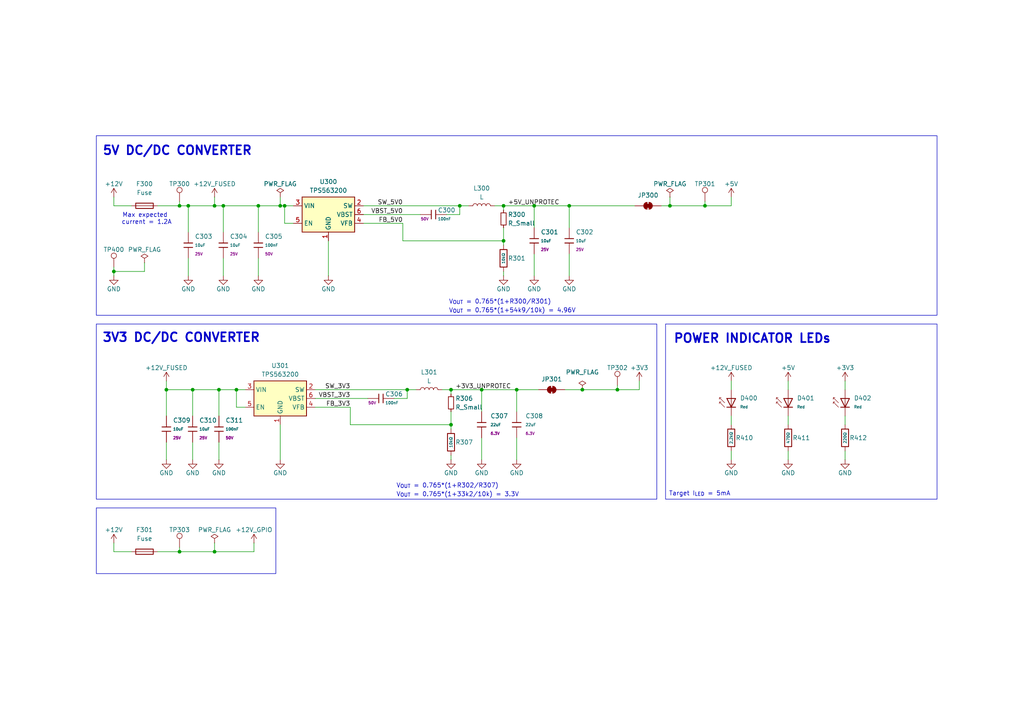
<source format=kicad_sch>
(kicad_sch (version 20250114) (generator "eeschema") (generator_version "9.0")
  (paper "A4")
  (title_block (title "ModuCard GPIO module") (date "2025-04-19") (rev "1.0.0") (company "KoNaR") (comment 1 "Base project authors: Dominik Pluta, Artem Horiunov") (comment 2 "Project author: Dominik Pluta"))
  (lib_symbols
    (symbol "Connector:TestPoint" (pin_numbers (hide yes)) (pin_names (offset 0.762) (hide yes))
      (property "Reference" "TP" (at 0 6.858 0))
      (property "Value" "TestPoint" (at 0 5.08 0))
      (symbol "TestPoint_1_1"
        (pin passive line (at 0 0 90) (length 2.54) (name "1") (number "1"))
      )
    )
    (symbol "Device:Fuse" (pin_numbers (hide yes)) (pin_names (offset 0))
      (property "Reference" "F" (at 2.032 0 90))
      (property "Value" "Fuse" (at -1.905 0 90))
      (symbol "Fuse_1_1"
        (pin passive line (at 0 3.81 270) (length 1.27) (name "~") (number "1"))
        (pin passive line (at 0 -3.81 90) (length 1.27) (name "~") (number "2"))
      )
    )
    (symbol "Device:L" (pin_numbers (hide yes)) (pin_names (offset 1.016) (hide yes))
      (property "Reference" "L" (at -1.27 0 90))
      (property "Value" "L" (at 1.905 0 90))
      (symbol "L_1_1"
        (pin passive line (at 0 3.81 270) (length 1.27) (name "1") (number "1"))
        (pin passive line (at 0 -3.81 90) (length 1.27) (name "2") (number "2"))
      )
    )
    (symbol "Device:R_Small" (pin_numbers (hide yes)) (pin_names (offset 0.254) (hide yes))
      (property "Reference" "R" (at 0.762 0.508 0))
      (property "Value" "R_Small" (at 0.762 -1.016 0))
      (symbol "R_Small_1_1"
        (pin passive line (at 0 2.54 270) (length 0.762) (name "~") (number "1"))
        (pin passive line (at 0 -2.54 90) (length 0.762) (name "~") (number "2"))
      )
    )
    (symbol "Jumper:SolderJumper_2_Bridged" (pin_numbers (hide yes)) (pin_names (offset 0) (hide yes)) (exclude_from_sim yes) (in_bom no)
      (property "Reference" "JP" (at 0 2.032 0))
      (property "Value" "SolderJumper_2_Bridged" (at 0 -2.54 0))
      (symbol "SolderJumper_2_Bridged_1_1"
        (pin passive line (at -3.81 0 0) (length 2.54) (name "A") (number "1"))
        (pin passive line (at 3.81 0 180) (length 2.54) (name "B") (number "2"))
      )
    )
    (symbol "PCM_JLCPCB-Capacitors:0402,100nF,(2)" (pin_numbers (hide yes)) (pin_names (offset 0))
      (property "Reference" "C" (at 2.032 1.668 0))
      (property "Value" "100nF" (at 2.032 -0.3782 0))
      (property "Voltage Rated" "50V" (at 2.032 -2.0462 0))
      (symbol "0402,100nF,(2)_1_1"
        (pin passive line (at 0 3.81 270) (length 3.175) (name "~") (number "1"))
        (pin passive line (at 0 -3.81 90) (length 3.175) (name "~") (number "2"))
      )
    )
    (symbol "PCM_JLCPCB-Capacitors:0603,10uF,(2)" (pin_numbers (hide yes)) (pin_names (offset 0))
      (property "Reference" "C" (at 2.032 1.668 0))
      (property "Value" "10uF" (at 2.032 -0.3782 0))
      (property "Voltage Rated" "25V" (at 2.032 -2.0462 0))
      (symbol "0603,10uF,(2)_1_1"
        (pin passive line (at 0 3.81 270) (length 3.175) (name "~") (number "1"))
        (pin passive line (at 0 -3.81 90) (length 3.175) (name "~") (number "2"))
      )
    )
    (symbol "PCM_JLCPCB-Capacitors:0603,22uF" (pin_numbers (hide yes)) (pin_names (offset 0))
      (property "Reference" "C" (at 2.032 1.668 0))
      (property "Value" "22uF" (at 2.032 -0.3782 0))
      (property "Voltage Rated" "6.3V" (at 2.032 -2.0462 0))
      (symbol "0603,22uF_1_1"
        (pin passive line (at 0 3.81 270) (length 3.175) (name "~") (number "1"))
        (pin passive line (at 0 -3.81 90) (length 3.175) (name "~") (number "2"))
      )
    )
    (symbol "PCM_JLCPCB-Diodes:LED,0603,Red" (pin_numbers (hide yes)) (pin_names (offset 0))
      (property "Reference" "D" (at 2.032 0.834 0))
      (property "Value" "Red" (at 2.032 -1.2122 0))
      (symbol "LED,0603,Red_1_1"
        (pin passive line (at 0 3.81 270) (length 3.81) (name "~") (number "2"))
        (pin passive line (at 0 -3.81 90) (length 3.81) (name "~") (number "1"))
      )
    )
    (symbol "PCM_JLCPCB-Resistors:0402,10kΩ" (pin_numbers (hide yes)) (pin_names (offset 0))
      (property "Reference" "R" (at 1.778 0 0))
      (property "Value" "10kΩ" (at 0 0 90))
      (symbol "0402,10kΩ_1_1"
        (pin passive line (at 0 3.81 270) (length 1.27) (name "~") (number "1"))
        (pin passive line (at 0 -3.81 90) (length 1.27) (name "~") (number "2"))
      )
    )
    (symbol "PCM_JLCPCB-Resistors:0402,2.2kΩ" (pin_numbers (hide yes)) (pin_names (offset 0))
      (property "Reference" "R" (at 1.778 0 0))
      (property "Value" "2.2kΩ" (at 0 0 90))
      (symbol "0402,2.2kΩ_1_1"
        (pin passive line (at 0 3.81 270) (length 1.27) (name "~") (number "1"))
        (pin passive line (at 0 -3.81 90) (length 1.27) (name "~") (number "2"))
      )
    )
    (symbol "PCM_JLCPCB-Resistors:0402,220Ω" (pin_numbers (hide yes)) (pin_names (offset 0))
      (property "Reference" "R" (at 1.778 0 0))
      (property "Value" "220Ω" (at 0 0 90))
      (symbol "0402,220Ω_1_1"
        (pin passive line (at 0 3.81 270) (length 1.27) (name "~") (number "1"))
        (pin passive line (at 0 -3.81 90) (length 1.27) (name "~") (number "2"))
      )
    )
    (symbol "PCM_JLCPCB-Resistors:0402,470Ω" (pin_numbers (hide yes)) (pin_names (offset 0))
      (property "Reference" "R" (at 1.778 0 0))
      (property "Value" "470Ω" (at 0 0 90))
      (symbol "0402,470Ω_1_1"
        (pin passive line (at 0 3.81 270) (length 1.27) (name "~") (number "1"))
        (pin passive line (at 0 -3.81 90) (length 1.27) (name "~") (number "2"))
      )
    )
    (symbol "Regulator_Switching:TPS563200"
      (property "Reference" "U" (at -7.62 6.35 0))
      (property "Value" "TPS563200" (at -2.54 6.35 0))
      (symbol "TPS563200_1_1"
        (pin power_in line (at -10.16 2.54 0) (length 2.54) (name "VIN") (number "3"))
        (pin input line (at -10.16 -2.54 0) (length 2.54) (name "EN") (number "5"))
        (pin power_in line (at 0 -7.62 90) (length 2.54) (name "GND") (number "1"))
        (pin output line (at 10.16 2.54 180) (length 2.54) (name "SW") (number "2"))
        (pin passive line (at 10.16 0 180) (length 2.54) (name "VBST") (number "6"))
        (pin input line (at 10.16 -2.54 180) (length 2.54) (name "VFB") (number "4"))
      )
    )
    (symbol "power:+12V" (power) (pin_numbers (hide yes)) (pin_names (offset 0) (hide yes))
      (property "Value" "+12V" (at 0 3.556 0))
      (symbol "+12V_1_1"
        (pin power_in line (at 0 0 90) (length 0) (name "~") (number "1"))
      )
    )
    (symbol "power:+3V3" (power) (pin_numbers (hide yes)) (pin_names (offset 0) (hide yes))
      (property "Value" "+3V3" (at 0 3.556 0))
      (symbol "+3V3_1_1"
        (pin power_in line (at 0 0 90) (length 0) (name "~") (number "1"))
      )
    )
    (symbol "power:+5V" (power) (pin_numbers (hide yes)) (pin_names (offset 0) (hide yes))
      (property "Value" "+5V" (at 0 3.556 0))
      (symbol "+5V_1_1"
        (pin power_in line (at 0 0 90) (length 0) (name "~") (number "1"))
      )
    )
    (symbol "power:GND" (power) (pin_numbers (hide yes)) (pin_names (offset 0) (hide yes))
      (property "Value" "GND" (at 0 -3.81 0))
      (symbol "GND_1_1"
        (pin power_in line (at 0 0 270) (length 0) (name "~") (number "1"))
      )
    )
    (symbol "power:PWR_FLAG" (power) (pin_numbers (hide yes)) (pin_names (offset 0) (hide yes))
      (property "Value" "PWR_FLAG" (at 0 3.81 0))
      (symbol "PWR_FLAG_0_0"
        (pin power_out line (at 0 0 90) (length 0) (name "~") (number "1"))
      )
    )
  )
  (rectangle (start 27.94 147.32) (end 80.01 166.37))
  (rectangle (start 27.94 93.98) (end 190.5 144.78))
  (rectangle (start 193.04 93.98) (end 271.78 144.78))
  (rectangle (start 27.94 39.37) (end 271.78 91.44))
  (text "V_{OUT} = 0.765*(1+33k2/10k) = 3.3V" (at 114.935 143.51 0) (effects (font (size 1.27 1.27)) (justify left)))
  (text "Max expected \ncurrent = 1.2A" (at 42.545 63.5 0) (effects (font (size 1.27 1.27))))
  (text "V_{OUT} = 0.765*(1+R302/R307)" (at 114.935 140.97 0) (effects (font (size 1.27 1.27)) (justify left)))
  (text "Target I_{LED} = 5mA" (at 202.946 143.256 0) (effects (font (size 1.27 1.27))))
  (text "V_{OUT} = 0.765*(1+R300/R301)" (at 130.175 87.63 0) (effects (font (size 1.27 1.27)) (justify left)))
  (text "5V DC/DC CONVERTER" (at 51.435 43.815 0) (effects (font (size 2.54 2.54) (thickness 0.508) (bold yes))))
  (text "V_{OUT} = 0.765*(1+54k9/10k) = 4.96V" (at 130.175 90.17 0) (effects (font (size 1.27 1.27)) (justify left)))
  (text "POWER INDICATOR LEDs" (at 218.186 98.298 0) (effects (font (size 2.54 2.54) (thickness 0.508) (bold yes))))
  (text "3V3 DC/DC CONVERTER" (at 52.578 98.044 0) (effects (font (size 2.54 2.54) (thickness 0.508) (bold yes))))
  (junction (at 179.07 113.03))
  (junction (at 64.77 59.69))
  (junction (at 63.5 113.03))
  (junction (at 130.81 113.03))
  (junction (at 82.55 59.69))
  (junction (at 168.91 113.03))
  (junction (at 68.58 113.03))
  (junction (at 62.23 160.02))
  (junction (at 146.05 59.69))
  (junction (at 81.28 59.69))
  (junction (at 48.26 113.03))
  (junction (at 55.88 113.03))
  (junction (at 194.31 59.69))
  (junction (at 146.05 69.85))
  (junction (at 133.35 59.69))
  (junction (at 74.93 59.69))
  (junction (at 52.07 160.02))
  (junction (at 165.1 59.69))
  (junction (at 33.02 78.74))
  (junction (at 149.86 113.03))
  (junction (at 130.81 123.19))
  (junction (at 139.7 113.03))
  (junction (at 54.61 59.69))
  (junction (at 62.23 59.69))
  (junction (at 118.11 113.03))
  (junction (at 204.47 59.69))
  (junction (at 154.94 59.69))
  (junction (at 52.07 59.69))
  (wire (pts (xy 62.23 160.02) (xy 73.66 160.02)))
  (wire (pts (xy 191.77 59.69) (xy 194.31 59.69)))
  (wire (pts (xy 146.05 80.01) (xy 146.05 78.74)))
  (wire (pts (xy 114.3 115.57) (xy 118.11 115.57)))
  (wire (pts (xy 130.81 113.03) (xy 139.7 113.03)))
  (wire (pts (xy 41.91 76.2) (xy 41.91 78.74)))
  (wire (pts (xy 130.81 119.38) (xy 130.81 123.19)))
  (wire (pts (xy 41.91 78.74) (xy 33.02 78.74)))
  (wire (pts (xy 228.6 110.49) (xy 228.6 113.03)))
  (wire (pts (xy 54.61 59.69) (xy 62.23 59.69)))
  (wire (pts (xy 81.28 123.19) (xy 81.28 133.35)))
  (wire (pts (xy 48.26 113.03) (xy 55.88 113.03)))
  (wire (pts (xy 116.84 64.77) (xy 116.84 69.85)))
  (wire (pts (xy 48.26 113.03) (xy 48.26 120.65)))
  (wire (pts (xy 52.07 58.42) (xy 52.07 59.69)))
  (wire (pts (xy 105.41 64.77) (xy 116.84 64.77)))
  (wire (pts (xy 81.28 57.15) (xy 81.28 59.69)))
  (wire (pts (xy 91.44 113.03) (xy 118.11 113.03)))
  (wire (pts (xy 130.81 114.3) (xy 130.81 113.03)))
  (wire (pts (xy 129.54 62.23) (xy 133.35 62.23)))
  (wire (pts (xy 149.86 113.03) (xy 156.21 113.03)))
  (wire (pts (xy 179.07 113.03) (xy 185.42 113.03)))
  (wire (pts (xy 105.41 59.69) (xy 133.35 59.69)))
  (wire (pts (xy 55.88 113.03) (xy 63.5 113.03)))
  (wire (pts (xy 245.11 120.65) (xy 245.11 123.19)))
  (wire (pts (xy 63.5 113.03) (xy 63.5 120.65)))
  (wire (pts (xy 118.11 115.57) (xy 118.11 113.03)))
  (wire (pts (xy 74.93 59.69) (xy 81.28 59.69)))
  (wire (pts (xy 68.58 113.03) (xy 71.12 113.03)))
  (wire (pts (xy 105.41 62.23) (xy 121.92 62.23)))
  (wire (pts (xy 33.02 78.74) (xy 33.02 77.47)))
  (wire (pts (xy 33.02 160.02) (xy 38.1 160.02)))
  (wire (pts (xy 130.81 133.35) (xy 130.81 132.08)))
  (wire (pts (xy 52.07 59.69) (xy 54.61 59.69)))
  (wire (pts (xy 55.88 128.27) (xy 55.88 133.35)))
  (wire (pts (xy 194.31 59.69) (xy 204.47 59.69)))
  (wire (pts (xy 95.25 69.85) (xy 95.25 80.01)))
  (wire (pts (xy 139.7 113.03) (xy 149.86 113.03)))
  (wire (pts (xy 165.1 59.69) (xy 165.1 66.04)))
  (wire (pts (xy 74.93 59.69) (xy 74.93 67.31)))
  (wire (pts (xy 62.23 157.48) (xy 62.23 160.02)))
  (wire (pts (xy 63.5 128.27) (xy 63.5 133.35)))
  (wire (pts (xy 245.11 130.81) (xy 245.11 133.35)))
  (wire (pts (xy 101.6 123.19) (xy 130.81 123.19)))
  (wire (pts (xy 33.02 59.69) (xy 38.1 59.69)))
  (wire (pts (xy 133.35 59.69) (xy 135.89 59.69)))
  (wire (pts (xy 91.44 118.11) (xy 101.6 118.11)))
  (wire (pts (xy 130.81 123.19) (xy 130.81 124.46)))
  (wire (pts (xy 33.02 57.15) (xy 33.02 59.69)))
  (wire (pts (xy 62.23 57.15) (xy 62.23 59.69)))
  (wire (pts (xy 212.09 120.65) (xy 212.09 123.19)))
  (wire (pts (xy 165.1 73.66) (xy 165.1 80.01)))
  (wire (pts (xy 91.44 115.57) (xy 106.68 115.57)))
  (wire (pts (xy 101.6 118.11) (xy 101.6 123.19)))
  (wire (pts (xy 128.27 113.03) (xy 130.81 113.03)))
  (wire (pts (xy 194.31 57.15) (xy 194.31 59.69)))
  (wire (pts (xy 146.05 59.69) (xy 154.94 59.69)))
  (wire (pts (xy 185.42 110.49) (xy 185.42 113.03)))
  (wire (pts (xy 63.5 113.03) (xy 68.58 113.03)))
  (wire (pts (xy 139.7 113.03) (xy 139.7 119.38)))
  (wire (pts (xy 204.47 58.42) (xy 204.47 59.69)))
  (wire (pts (xy 228.6 120.65) (xy 228.6 123.19)))
  (wire (pts (xy 82.55 59.69) (xy 85.09 59.69)))
  (wire (pts (xy 33.02 157.48) (xy 33.02 160.02)))
  (wire (pts (xy 165.1 59.69) (xy 184.15 59.69)))
  (wire (pts (xy 52.07 158.75) (xy 52.07 160.02)))
  (wire (pts (xy 154.94 73.66) (xy 154.94 80.01)))
  (wire (pts (xy 133.35 62.23) (xy 133.35 59.69)))
  (wire (pts (xy 163.83 113.03) (xy 168.91 113.03)))
  (wire (pts (xy 168.91 113.03) (xy 179.07 113.03)))
  (wire (pts (xy 81.28 59.69) (xy 82.55 59.69)))
  (wire (pts (xy 146.05 60.96) (xy 146.05 59.69)))
  (wire (pts (xy 45.72 160.02) (xy 52.07 160.02)))
  (wire (pts (xy 48.26 110.49) (xy 48.26 113.03)))
  (wire (pts (xy 116.84 69.85) (xy 146.05 69.85)))
  (wire (pts (xy 118.11 113.03) (xy 120.65 113.03)))
  (wire (pts (xy 64.77 59.69) (xy 64.77 67.31)))
  (wire (pts (xy 149.86 113.03) (xy 149.86 119.38)))
  (wire (pts (xy 62.23 59.69) (xy 64.77 59.69)))
  (wire (pts (xy 45.72 59.69) (xy 52.07 59.69)))
  (wire (pts (xy 149.86 127) (xy 149.86 133.35)))
  (wire (pts (xy 139.7 127) (xy 139.7 133.35)))
  (wire (pts (xy 245.11 110.49) (xy 245.11 113.03)))
  (wire (pts (xy 74.93 74.93) (xy 74.93 80.01)))
  (wire (pts (xy 64.77 74.93) (xy 64.77 80.01)))
  (wire (pts (xy 68.58 113.03) (xy 68.58 118.11)))
  (wire (pts (xy 154.94 59.69) (xy 165.1 59.69)))
  (wire (pts (xy 64.77 59.69) (xy 74.93 59.69)))
  (wire (pts (xy 82.55 59.69) (xy 82.55 64.77)))
  (wire (pts (xy 52.07 160.02) (xy 62.23 160.02)))
  (wire (pts (xy 146.05 69.85) (xy 146.05 71.12)))
  (wire (pts (xy 212.09 130.81) (xy 212.09 133.35)))
  (wire (pts (xy 73.66 157.48) (xy 73.66 160.02)))
  (wire (pts (xy 54.61 59.69) (xy 54.61 67.31)))
  (wire (pts (xy 33.02 80.01) (xy 33.02 78.74)))
  (wire (pts (xy 143.51 59.69) (xy 146.05 59.69)))
  (wire (pts (xy 204.47 59.69) (xy 212.09 59.69)))
  (wire (pts (xy 55.88 113.03) (xy 55.88 120.65)))
  (wire (pts (xy 82.55 64.77) (xy 85.09 64.77)))
  (wire (pts (xy 228.6 130.81) (xy 228.6 133.35)))
  (wire (pts (xy 68.58 118.11) (xy 71.12 118.11)))
  (wire (pts (xy 54.61 74.93) (xy 54.61 80.01)))
  (wire (pts (xy 146.05 66.04) (xy 146.05 69.85)))
  (wire (pts (xy 179.07 111.76) (xy 179.07 113.03)))
  (wire (pts (xy 212.09 57.15) (xy 212.09 59.69)))
  (wire (pts (xy 154.94 59.69) (xy 154.94 66.04)))
  (wire (pts (xy 212.09 110.49) (xy 212.09 113.03)))
  (wire (pts (xy 48.26 128.27) (xy 48.26 133.35)))
  (label "+3V3_UNPROTEC" (at 132.08 113.03 0))
  (label "+5V_UNPROTEC" (at 147.32 59.69 0))
  (label "SW_5V0" (at 116.84 59.69 180))
  (label "FB_3V3" (at 101.6 118.11 180))
  (label "VBST_3V3" (at 101.6 115.57 180))
  (label "FB_5V0" (at 116.84 64.77 180))
  (label "SW_3V3" (at 101.6 113.03 180))
  (label "VBST_5V0" (at 116.84 62.23 180))
  (symbol (lib_id "power:PWR_FLAG") (at 62.23 157.48 0) (unit 1)
    (property "Reference" "#FLG0302" (effects (hide yes)))
    (property "Value" "PWR_FLAG" (at 62.23 153.67 0))
    (property "Description" "Special symbol for telling ERC where power comes from" (effects (hide yes)))
  )
  (symbol (lib_id "PCM_JLCPCB-Diodes:LED,0603,Red") (at 228.6 116.84 0) (unit 1)
    (property "Reference" "D401" (at 231.14 115.4746 0) (effects (justify left)))
    (property "Value" "Red" (at 231.14 118.0147 0) (effects (font (size 0.8 0.8)) (justify left)))
    (property "Footprint" "PCM_JLCPCB:D_0603" (effects (hide yes)))
    (property "Datasheet" "https://www.lcsc.com/datasheet/lcsc_datasheet_1810231112_Hubei-KENTO-Elec-KT-0603R_C2286.pdf" (effects (hide yes)))
    (property "Description" "-40°C~+85°C Red 0603 LED Indication - Discrete ROHS" (effects (hide yes)))
    (property "LCSC" "C2286" (effects (hide yes)))
    (property "Stock" "3289269" (effects (hide yes)))
    (property "Price" "0.009USD" (effects (hide yes)))
    (property "Process" "SMT" (effects (hide yes)))
    (property "Minimum Qty" "20" (effects (hide yes)))
    (property "Attrition Qty" "6" (effects (hide yes)))
    (property "Class" "Basic Component" (effects (hide yes)))
    (property "Category" "Optocouplers & LEDs & Infrared,Light Emitting Diodes (LED)" (effects (hide yes)))
    (property "Manufacturer" "Hubei KENTO Elec" (effects (hide yes)))
    (property "Part" "KT-0603R" (effects (hide yes)))
  )
  (symbol (lib_id "power:GND") (at 154.94 80.01 0) (unit 1)
    (property "Reference" "#PWR308" (effects (hide yes)))
    (property "Value" "GND" (at 154.94 83.82 0))
    (property "Description" "Power symbol creates a global label with name \"GND\" , ground" (effects (hide yes)))
  )
  (symbol (lib_id "PCM_JLCPCB-Capacitors:0603,10uF,(2)") (at 55.88 124.46 0) (unit 1)
    (property "Reference" "C310" (at 57.785 121.92 0) (effects (justify left)))
    (property "Value" "10uF" (at 57.785 124.4601 0) (effects (font (size 0.8 0.8)) (justify left)))
    (property "Footprint" "PCM_JLCPCB:C_0603" (effects (hide yes)))
    (property "Datasheet" "https://www.lcsc.com/datasheet/lcsc_datasheet_2304140030_Samsung-Electro-Mechanics-CL10A106MA8NRNC_C96446.pdf" (effects (hide yes)))
    (property "Description" "25V 10uF X5R ±20% 0603 Multilayer Ceramic Capacitors MLCC - SMD/SMT ROHS" (effects (hide yes)))
    (property "LCSC" "C96446" (effects (hide yes)))
    (property "Stock" "2203364" (effects (hide yes)))
    (property "Price" "0.020USD" (effects (hide yes)))
    (property "Process" "SMT" (effects (hide yes)))
    (property "Minimum Qty" "20" (effects (hide yes)))
    (property "Attrition Qty" "8" (effects (hide yes)))
    (property "Class" "Basic Component" (effects (hide yes)))
    (property "Category" "Capacitors,Multilayer Ceramic Capacitors MLCC - SMD/SMT" (effects (hide yes)))
    (property "Manufacturer" "Samsung Electro-Mechanics" (effects (hide yes)))
    (property "Part" "CL10A106MA8NRNC" (effects (hide yes)))
    (property "Voltage Rated" "25V" (at 57.785 127.0001 0) (effects (font (size 0.8 0.8)) (justify left)))
    (property "Tolerance" "±20%" (effects (hide yes)))
    (property "Capacitance" "10uF" (effects (hide yes)))
    (property "Temperature Coefficient" "X5R" (effects (hide yes)))
  )
  (symbol (lib_id "power:+12V") (at 33.02 157.48 0) (unit 1)
    (property "Reference" "#PWR0314" (effects (hide yes)))
    (property "Value" "+12V" (at 33.02 153.67 0))
    (property "Description" "Power symbol creates a global label with name \"+12V\"" (effects (hide yes)))
  )
  (symbol (lib_id "power:+12V") (at 62.23 57.15 0) (unit 1)
    (property "Reference" "#PWR301" (effects (hide yes)))
    (property "Value" "+12V_FUSED" (at 62.23 53.34 0))
    (property "Description" "Power symbol creates a global label with name \"+12V\"" (effects (hide yes)))
  )
  (symbol (lib_id "Regulator_Switching:TPS563200") (at 81.28 115.57 0) (unit 1)
    (property "Reference" "U301" (at 81.28 106.045 0))
    (property "Value" "TPS563200" (at 81.28 108.585 0))
    (property "Footprint" "Package_TO_SOT_SMD:SOT-23-6" (effects (hide yes)))
    (property "Datasheet" "http://www.ti.com/lit/ds/symlink/tps563200.pdf" (effects (hide yes)))
    (property "Description" "3A Synchronous Step-Down Voltage Regulator, Adjustable Output Voltage, 4.5-17V Input Voltage, SOT-23-6" (effects (hide yes)))
  )
  (symbol (lib_id "PCM_JLCPCB-Capacitors:0603,10uF,(2)") (at 48.26 124.46 0) (unit 1)
    (property "Reference" "C309" (at 50.165 121.92 0) (effects (justify left)))
    (property "Value" "10uF" (at 50.165 124.4601 0) (effects (font (size 0.8 0.8)) (justify left)))
    (property "Footprint" "PCM_JLCPCB:C_0603" (effects (hide yes)))
    (property "Datasheet" "https://www.lcsc.com/datasheet/lcsc_datasheet_2304140030_Samsung-Electro-Mechanics-CL10A106MA8NRNC_C96446.pdf" (effects (hide yes)))
    (property "Description" "25V 10uF X5R ±20% 0603 Multilayer Ceramic Capacitors MLCC - SMD/SMT ROHS" (effects (hide yes)))
    (property "LCSC" "C96446" (effects (hide yes)))
    (property "Stock" "2203364" (effects (hide yes)))
    (property "Price" "0.020USD" (effects (hide yes)))
    (property "Process" "SMT" (effects (hide yes)))
    (property "Minimum Qty" "20" (effects (hide yes)))
    (property "Attrition Qty" "8" (effects (hide yes)))
    (property "Class" "Basic Component" (effects (hide yes)))
    (property "Category" "Capacitors,Multilayer Ceramic Capacitors MLCC - SMD/SMT" (effects (hide yes)))
    (property "Manufacturer" "Samsung Electro-Mechanics" (effects (hide yes)))
    (property "Part" "CL10A106MA8NRNC" (effects (hide yes)))
    (property "Voltage Rated" "25V" (at 50.165 127.0001 0) (effects (font (size 0.8 0.8)) (justify left)))
    (property "Tolerance" "±20%" (effects (hide yes)))
    (property "Capacitance" "10uF" (effects (hide yes)))
    (property "Temperature Coefficient" "X5R" (effects (hide yes)))
  )
  (symbol (lib_id "Connector:TestPoint") (at 52.07 58.42 0) (unit 1)
    (property "Reference" "TP300" (at 52.07 53.34 0))
    (property "Value" "TestPoint" (effects (hide yes)))
    (property "Footprint" "TestPoint:TestPoint_Pad_D1.0mm" (effects (hide yes)))
    (property "Description" "test point" (effects (hide yes)))
  )
  (symbol (lib_id "Device:Fuse") (at 41.91 160.02 90) (unit 1)
    (property "Reference" "F301" (at 41.91 153.67 90))
    (property "Value" "Fuse" (at 41.91 156.21 90))
    (property "Footprint" "PCM_JLCPCB:R_0603" (effects (hide yes)))
    (property "Description" "Fuse" (effects (hide yes)))
  )
  (symbol (lib_id "power:PWR_FLAG") (at 41.91 76.2 0) (unit 1)
    (property "Reference" "#FLG0303" (effects (hide yes)))
    (property "Value" "PWR_FLAG" (at 41.91 72.39 0))
    (property "Description" "Special symbol for telling ERC where power comes from" (effects (hide yes)))
  )
  (symbol (lib_id "power:GND") (at 95.25 80.01 0) (unit 1)
    (property "Reference" "#PWR306" (effects (hide yes)))
    (property "Value" "GND" (at 95.25 83.82 0))
    (property "Description" "Power symbol creates a global label with name \"GND\" , ground" (effects (hide yes)))
  )
  (symbol (lib_id "PCM_JLCPCB-Capacitors:0603,10uF,(2)") (at 54.61 71.12 0) (unit 1)
    (property "Reference" "C303" (at 56.515 68.58 0) (effects (justify left)))
    (property "Value" "10uF" (at 56.515 71.1201 0) (effects (font (size 0.8 0.8)) (justify left)))
    (property "Footprint" "PCM_JLCPCB:C_0603" (effects (hide yes)))
    (property "Datasheet" "https://www.lcsc.com/datasheet/lcsc_datasheet_2304140030_Samsung-Electro-Mechanics-CL10A106MA8NRNC_C96446.pdf" (effects (hide yes)))
    (property "Description" "25V 10uF X5R ±20% 0603 Multilayer Ceramic Capacitors MLCC - SMD/SMT ROHS" (effects (hide yes)))
    (property "LCSC" "C96446" (effects (hide yes)))
    (property "Stock" "2203364" (effects (hide yes)))
    (property "Price" "0.020USD" (effects (hide yes)))
    (property "Process" "SMT" (effects (hide yes)))
    (property "Minimum Qty" "20" (effects (hide yes)))
    (property "Attrition Qty" "8" (effects (hide yes)))
    (property "Class" "Basic Component" (effects (hide yes)))
    (property "Category" "Capacitors,Multilayer Ceramic Capacitors MLCC - SMD/SMT" (effects (hide yes)))
    (property "Manufacturer" "Samsung Electro-Mechanics" (effects (hide yes)))
    (property "Part" "CL10A106MA8NRNC" (effects (hide yes)))
    (property "Voltage Rated" "25V" (at 56.515 73.6601 0) (effects (font (size 0.8 0.8)) (justify left)))
    (property "Tolerance" "±20%" (effects (hide yes)))
    (property "Capacitance" "10uF" (effects (hide yes)))
    (property "Temperature Coefficient" "X5R" (effects (hide yes)))
  )
  (symbol (lib_id "Device:Fuse") (at 41.91 59.69 90) (unit 1)
    (property "Reference" "F300" (at 41.91 53.34 90))
    (property "Value" "Fuse" (at 41.91 55.88 90))
    (property "Footprint" "PCM_JLCPCB:R_0603" (effects (hide yes)))
    (property "Description" "Fuse" (effects (hide yes)))
  )
  (symbol (lib_id "PCM_JLCPCB-Capacitors:0402,100nF,(2)") (at 110.49 115.57 90) (unit 1)
    (property "Reference" "C306" (at 114.3 114.3 90))
    (property "Value" "100nF" (at 113.665 116.84 90) (effects (font (size 0.8 0.8))))
    (property "Footprint" "PCM_JLCPCB:C_0402" (effects (hide yes)))
    (property "Datasheet" "https://www.lcsc.com/datasheet/lcsc_datasheet_2304140030_Samsung-Electro-Mechanics-CL05B104KB54PNC_C307331.pdf" (effects (hide yes)))
    (property "Description" "50V 100nF X7R ±10% 0402 Multilayer Ceramic Capacitors MLCC - SMD/SMT ROHS" (effects (hide yes)))
    (property "LCSC" "C307331" (effects (hide yes)))
    (property "Stock" "5436546" (effects (hide yes)))
    (property "Price" "0.008USD" (effects (hide yes)))
    (property "Process" "SMT" (effects (hide yes)))
    (property "Minimum Qty" "20" (effects (hide yes)))
    (property "Attrition Qty" "10" (effects (hide yes)))
    (property "Class" "Basic Component" (effects (hide yes)))
    (property "Category" "Capacitors,Multilayer Ceramic Capacitors MLCC - SMD/SMT" (effects (hide yes)))
    (property "Manufacturer" "Samsung Electro-Mechanics" (effects (hide yes)))
    (property "Part" "CL05B104KB54PNC" (effects (hide yes)))
    (property "Voltage Rated" "50V" (at 107.95 116.84 90) (effects (font (size 0.8 0.8))))
    (property "Tolerance" "±10%" (effects (hide yes)))
    (property "Capacitance" "100nF" (effects (hide yes)))
    (property "Temperature Coefficient" "X7R" (effects (hide yes)))
  )
  (symbol (lib_id "Connector:TestPoint") (at 204.47 58.42 0) (unit 1)
    (property "Reference" "TP301" (at 204.47 53.34 0))
    (property "Value" "TestPoint" (effects (hide yes)))
    (property "Footprint" "TestPoint:TestPoint_Pad_D1.0mm" (effects (hide yes)))
    (property "Description" "test point" (effects (hide yes)))
  )
  (symbol (lib_id "power:+12V") (at 48.26 110.49 0) (unit 1)
    (property "Reference" "#PWR315" (effects (hide yes)))
    (property "Value" "+12V_FUSED" (at 48.26 106.68 0))
    (property "Description" "Power symbol creates a global label with name \"+12V\"" (effects (hide yes)))
  )
  (symbol (lib_id "PCM_JLCPCB-Capacitors:0402,100nF,(2)") (at 63.5 124.46 180) (unit 1)
    (property "Reference" "C311" (at 65.405 121.92 0) (effects (justify right)))
    (property "Value" "100nF" (at 65.405 124.46 0) (effects (font (size 0.8 0.8)) (justify right)))
    (property "Footprint" "PCM_JLCPCB:C_0402" (effects (hide yes)))
    (property "Datasheet" "https://www.lcsc.com/datasheet/lcsc_datasheet_2304140030_Samsung-Electro-Mechanics-CL05B104KB54PNC_C307331.pdf" (effects (hide yes)))
    (property "Description" "50V 100nF X7R ±10% 0402 Multilayer Ceramic Capacitors MLCC - SMD/SMT ROHS" (effects (hide yes)))
    (property "LCSC" "C307331" (effects (hide yes)))
    (property "Stock" "5436546" (effects (hide yes)))
    (property "Price" "0.008USD" (effects (hide yes)))
    (property "Process" "SMT" (effects (hide yes)))
    (property "Minimum Qty" "20" (effects (hide yes)))
    (property "Attrition Qty" "10" (effects (hide yes)))
    (property "Class" "Basic Component" (effects (hide yes)))
    (property "Category" "Capacitors,Multilayer Ceramic Capacitors MLCC - SMD/SMT" (effects (hide yes)))
    (property "Manufacturer" "Samsung Electro-Mechanics" (effects (hide yes)))
    (property "Part" "CL05B104KB54PNC" (effects (hide yes)))
    (property "Voltage Rated" "50V" (at 65.405 127 0) (effects (font (size 0.8 0.8)) (justify right)))
    (property "Tolerance" "±10%" (effects (hide yes)))
    (property "Capacitance" "100nF" (effects (hide yes)))
    (property "Temperature Coefficient" "X7R" (effects (hide yes)))
  )
  (symbol (lib_id "Device:L") (at 124.46 113.03 90) (unit 1)
    (property "Reference" "L301" (at 124.46 107.95 90))
    (property "Value" "L" (at 124.46 110.49 90))
    (property "Footprint" "Inductor_SMD:L_Changjiang_FXL0420" (effects (hide yes)))
    (property "Description" "Inductor" (effects (hide yes)))
  )
  (symbol (lib_id "power:PWR_FLAG") (at 194.31 57.15 0) (unit 1)
    (property "Reference" "#FLG301" (effects (hide yes)))
    (property "Value" "PWR_FLAG" (at 194.31 53.34 0))
    (property "Description" "Special symbol for telling ERC where power comes from" (effects (hide yes)))
  )
  (symbol (lib_id "power:GND") (at 165.1 80.01 0) (unit 1)
    (property "Reference" "#PWR309" (effects (hide yes)))
    (property "Value" "GND" (at 165.1 83.82 0))
    (property "Description" "Power symbol creates a global label with name \"GND\" , ground" (effects (hide yes)))
  )
  (symbol (lib_id "Jumper:SolderJumper_2_Bridged") (at 160.02 113.03 0) (unit 1)
    (property "Reference" "JP301" (at 160.02 109.982 0))
    (property "Value" "SolderJumper_2_Bridged" (effects (hide yes)))
    (property "Footprint" "Jumper:SolderJumper-2_P1.3mm_Open_TrianglePad1.0x1.5mm" (effects (hide yes)))
    (property "Description" "Solder Jumper, 2-pole, closed/bridged" (effects (hide yes)))
  )
  (symbol (lib_id "power:+3V3") (at 245.11 110.49 0) (unit 1)
    (property "Reference" "#PWR435" (effects (hide yes)))
    (property "Value" "+3V3" (at 245.11 106.68 0))
    (property "Description" "Power symbol creates a global label with name \"+3V3\"" (effects (hide yes)))
  )
  (symbol (lib_id "power:GND") (at 212.09 133.35 0) (unit 1)
    (property "Reference" "#PWR427" (effects (hide yes)))
    (property "Value" "GND" (at 212.09 137.16 0))
    (property "Description" "Power symbol creates a global label with name \"GND\" , ground" (effects (hide yes)))
  )
  (symbol (lib_id "power:+5V") (at 228.6 110.49 0) (unit 1)
    (property "Reference" "#PWR426" (effects (hide yes)))
    (property "Value" "+5V" (at 228.6 106.68 0))
    (property "Description" "Power symbol creates a global label with name \"+5V\"" (effects (hide yes)))
  )
  (symbol (lib_id "power:GND") (at 48.26 133.35 0) (unit 1)
    (property "Reference" "#PWR317" (effects (hide yes)))
    (property "Value" "GND" (at 48.26 137.16 0))
    (property "Description" "Power symbol creates a global label with name \"GND\" , ground" (effects (hide yes)))
  )
  (symbol (lib_id "power:PWR_FLAG") (at 168.91 113.03 0) (unit 1)
    (property "Reference" "#FLG0400" (effects (hide yes)))
    (property "Value" "PWR_FLAG" (at 168.91 107.95 0))
    (property "Description" "Special symbol for telling ERC where power comes from" (effects (hide yes)))
  )
  (symbol (lib_id "PCM_JLCPCB-Capacitors:0603,22uF") (at 139.7 123.19 0) (unit 1)
    (property "Reference" "C307" (at 142.24 120.6499 0) (effects (justify left)))
    (property "Value" "22uF" (at 142.24 123.19 0) (effects (font (size 0.8 0.8)) (justify left)))
    (property "Footprint" "PCM_JLCPCB:C_0603" (effects (hide yes)))
    (property "Datasheet" "https://www.lcsc.com/datasheet/lcsc_datasheet_2304140030_Samsung-Electro-Mechanics-CL10A226MQ8NRNC_C59461.pdf" (effects (hide yes)))
    (property "Description" "6.3V 22uF X5R ±20% 0603 Multilayer Ceramic Capacitors MLCC - SMD/SMT ROHS" (effects (hide yes)))
    (property "LCSC" "C59461" (effects (hide yes)))
    (property "Stock" "4784939" (effects (hide yes)))
    (property "Price" "0.011USD" (effects (hide yes)))
    (property "Process" "SMT" (effects (hide yes)))
    (property "Minimum Qty" "20" (effects (hide yes)))
    (property "Attrition Qty" "10" (effects (hide yes)))
    (property "Class" "Basic Component" (effects (hide yes)))
    (property "Category" "Capacitors,Multilayer Ceramic Capacitors MLCC - SMD/SMT" (effects (hide yes)))
    (property "Manufacturer" "Samsung Electro-Mechanics" (effects (hide yes)))
    (property "Part" "CL10A226MQ8NRNC" (effects (hide yes)))
    (property "Voltage Rated" "6.3V" (at 142.24 125.73 0) (effects (font (size 0.8 0.8)) (justify left)))
    (property "Tolerance" "±20%" (effects (hide yes)))
    (property "Capacitance" "22uF" (effects (hide yes)))
    (property "Temperature Coefficient" "X5R" (effects (hide yes)))
  )
  (symbol (lib_id "Jumper:SolderJumper_2_Bridged") (at 187.96 59.69 0) (unit 1)
    (property "Reference" "JP300" (at 187.96 56.642 0))
    (property "Value" "SolderJumper_2_Bridged" (effects (hide yes)))
    (property "Footprint" "Jumper:SolderJumper-2_P1.3mm_Open_TrianglePad1.0x1.5mm" (effects (hide yes)))
    (property "Description" "Solder Jumper, 2-pole, closed/bridged" (effects (hide yes)))
  )
  (symbol (lib_id "power:GND") (at 228.6 133.35 0) (unit 1)
    (property "Reference" "#PWR434" (effects (hide yes)))
    (property "Value" "GND" (at 228.6 137.16 0))
    (property "Description" "Power symbol creates a global label with name \"GND\" , ground" (effects (hide yes)))
  )
  (symbol (lib_id "power:+12V") (at 33.02 57.15 0) (unit 1)
    (property "Reference" "#PWR300" (effects (hide yes)))
    (property "Value" "+12V" (at 33.02 53.34 0))
    (property "Description" "Power symbol creates a global label with name \"+12V\"" (effects (hide yes)))
  )
  (symbol (lib_id "power:GND") (at 63.5 133.35 0) (unit 1)
    (property "Reference" "#PWR319" (effects (hide yes)))
    (property "Value" "GND" (at 63.5 137.16 0))
    (property "Description" "Power symbol creates a global label with name \"GND\" , ground" (effects (hide yes)))
  )
  (symbol (lib_id "PCM_JLCPCB-Capacitors:0402,100nF,(2)") (at 74.93 71.12 180) (unit 1)
    (property "Reference" "C305" (at 76.835 68.58 0) (effects (justify right)))
    (property "Value" "100nF" (at 76.835 71.12 0) (effects (font (size 0.8 0.8)) (justify right)))
    (property "Footprint" "PCM_JLCPCB:C_0402" (effects (hide yes)))
    (property "Datasheet" "https://www.lcsc.com/datasheet/lcsc_datasheet_2304140030_Samsung-Electro-Mechanics-CL05B104KB54PNC_C307331.pdf" (effects (hide yes)))
    (property "Description" "50V 100nF X7R ±10% 0402 Multilayer Ceramic Capacitors MLCC - SMD/SMT ROHS" (effects (hide yes)))
    (property "LCSC" "C307331" (effects (hide yes)))
    (property "Stock" "5436546" (effects (hide yes)))
    (property "Price" "0.008USD" (effects (hide yes)))
    (property "Process" "SMT" (effects (hide yes)))
    (property "Minimum Qty" "20" (effects (hide yes)))
    (property "Attrition Qty" "10" (effects (hide yes)))
    (property "Class" "Basic Component" (effects (hide yes)))
    (property "Category" "Capacitors,Multilayer Ceramic Capacitors MLCC - SMD/SMT" (effects (hide yes)))
    (property "Manufacturer" "Samsung Electro-Mechanics" (effects (hide yes)))
    (property "Part" "CL05B104KB54PNC" (effects (hide yes)))
    (property "Voltage Rated" "50V" (at 76.835 73.66 0) (effects (font (size 0.8 0.8)) (justify right)))
    (property "Tolerance" "±10%" (effects (hide yes)))
    (property "Capacitance" "100nF" (effects (hide yes)))
    (property "Temperature Coefficient" "X7R" (effects (hide yes)))
  )
  (symbol (lib_id "power:+5V") (at 212.09 57.15 0) (unit 1)
    (property "Reference" "#PWR302" (effects (hide yes)))
    (property "Value" "+5V" (at 212.09 53.34 0))
    (property "Description" "Power symbol creates a global label with name \"+5V\"" (effects (hide yes)))
  )
  (symbol (lib_id "power:+12V") (at 212.09 110.49 0) (unit 1)
    (property "Reference" "#PWR428" (effects (hide yes)))
    (property "Value" "+12V_FUSED" (at 212.09 106.68 0))
    (property "Description" "Power symbol creates a global label with name \"+12V\"" (effects (hide yes)))
  )
  (symbol (lib_id "power:GND") (at 55.88 133.35 0) (unit 1)
    (property "Reference" "#PWR318" (effects (hide yes)))
    (property "Value" "GND" (at 55.88 137.16 0))
    (property "Description" "Power symbol creates a global label with name \"GND\" , ground" (effects (hide yes)))
  )
  (symbol (lib_id "PCM_JLCPCB-Capacitors:0603,22uF") (at 149.86 123.19 0) (unit 1)
    (property "Reference" "C308" (at 152.4 120.6499 0) (effects (justify left)))
    (property "Value" "22uF" (at 152.4 123.19 0) (effects (font (size 0.8 0.8)) (justify left)))
    (property "Footprint" "PCM_JLCPCB:C_0603" (effects (hide yes)))
    (property "Datasheet" "https://www.lcsc.com/datasheet/lcsc_datasheet_2304140030_Samsung-Electro-Mechanics-CL10A226MQ8NRNC_C59461.pdf" (effects (hide yes)))
    (property "Description" "6.3V 22uF X5R ±20% 0603 Multilayer Ceramic Capacitors MLCC - SMD/SMT ROHS" (effects (hide yes)))
    (property "LCSC" "C59461" (effects (hide yes)))
    (property "Stock" "4784939" (effects (hide yes)))
    (property "Price" "0.011USD" (effects (hide yes)))
    (property "Process" "SMT" (effects (hide yes)))
    (property "Minimum Qty" "20" (effects (hide yes)))
    (property "Attrition Qty" "10" (effects (hide yes)))
    (property "Class" "Basic Component" (effects (hide yes)))
    (property "Category" "Capacitors,Multilayer Ceramic Capacitors MLCC - SMD/SMT" (effects (hide yes)))
    (property "Manufacturer" "Samsung Electro-Mechanics" (effects (hide yes)))
    (property "Part" "CL10A226MQ8NRNC" (effects (hide yes)))
    (property "Voltage Rated" "6.3V" (at 152.4 125.73 0) (effects (font (size 0.8 0.8)) (justify left)))
    (property "Tolerance" "±20%" (effects (hide yes)))
    (property "Capacitance" "22uF" (effects (hide yes)))
    (property "Temperature Coefficient" "X5R" (effects (hide yes)))
  )
  (symbol (lib_id "power:GND") (at 149.86 133.35 0) (unit 1)
    (property "Reference" "#PWR323" (effects (hide yes)))
    (property "Value" "GND" (at 149.86 137.16 0))
    (property "Description" "Power symbol creates a global label with name \"GND\" , ground" (effects (hide yes)))
  )
  (symbol (lib_id "power:GND") (at 81.28 133.35 0) (unit 1)
    (property "Reference" "#PWR320" (effects (hide yes)))
    (property "Value" "GND" (at 81.28 137.16 0))
    (property "Description" "Power symbol creates a global label with name \"GND\" , ground" (effects (hide yes)))
  )
  (symbol (lib_id "power:GND") (at 245.11 133.35 0) (unit 1)
    (property "Reference" "#PWR436" (effects (hide yes)))
    (property "Value" "GND" (at 245.11 137.16 0))
    (property "Description" "Power symbol creates a global label with name \"GND\" , ground" (effects (hide yes)))
  )
  (symbol (lib_id "power:GND") (at 130.81 133.35 0) (unit 1)
    (property "Reference" "#PWR321" (effects (hide yes)))
    (property "Value" "GND" (at 130.81 137.16 0))
    (property "Description" "Power symbol creates a global label with name \"GND\" , ground" (effects (hide yes)))
  )
  (symbol (lib_id "PCM_JLCPCB-Resistors:0402,10kΩ") (at 130.81 128.27 0) (unit 1)
    (property "Reference" "R307" (at 132.08 128.27 0) (effects (justify left)))
    (property "Value" "10kΩ" (at 130.81 128.27 90) (effects (font (size 0.8 0.8))))
    (property "Footprint" "PCM_JLCPCB:R_0402" (effects (hide yes)))
    (property "Datasheet" "https://www.lcsc.com/datasheet/lcsc_datasheet_2411221126_UNI-ROYAL-Uniroyal-Elec-0402WGF1002TCE_C25744.pdf" (effects (hide yes)))
    (property "Description" "62.5mW Thick Film Resistors 50V ±100ppm/°C ±1% 10kΩ 0402 Chip Resistor - Surface Mount ROHS" (effects (hide yes)))
    (property "LCSC" "C25744" (effects (hide yes)))
    (property "Stock" "13746052" (effects (hide yes)))
    (property "Price" "0.004USD" (effects (hide yes)))
    (property "Process" "SMT" (effects (hide yes)))
    (property "Minimum Qty" "5" (effects (hide yes)))
    (property "Attrition Qty" "0" (effects (hide yes)))
    (property "Class" "Basic Component" (effects (hide yes)))
    (property "Category" "Resistors,Chip Resistor - Surface Mount" (effects (hide yes)))
    (property "Manufacturer" "UNI-ROYAL(Uniroyal Elec)" (effects (hide yes)))
    (property "Part" "0402WGF1002TCE" (effects (hide yes)))
    (property "Resistance" "10kΩ" (effects (hide yes)))
    (property "Power(Watts)" "62.5mW" (effects (hide yes)))
    (property "Type" "Thick Film Resistors" (effects (hide yes)))
    (property "Overload Voltage (Max)" "50V" (effects (hide yes)))
    (property "Operating Temperature Range" "-55°C~+155°C" (effects (hide yes)))
    (property "Tolerance" "±1%" (effects (hide yes)))
    (property "Temperature Coefficient" "±100ppm/°C" (effects (hide yes)))
  )
  (symbol (lib_id "power:GND") (at 64.77 80.01 0) (unit 1)
    (property "Reference" "#PWR304" (effects (hide yes)))
    (property "Value" "GND" (at 64.77 83.82 0))
    (property "Description" "Power symbol creates a global label with name \"GND\" , ground" (effects (hide yes)))
  )
  (symbol (lib_id "Device:R_Small") (at 146.05 63.5 0) (unit 1)
    (property "Reference" "R300" (at 147.32 62.23 0) (effects (justify left)))
    (property "Value" "R_Small" (at 147.32 64.77 0) (effects (justify left)))
    (property "Footprint" "PCM_JLCPCB:R_0402" (effects (hide yes)))
    (property "Description" "Resistor, small symbol" (effects (hide yes)))
  )
  (symbol (lib_id "power:GND") (at 74.93 80.01 0) (unit 1)
    (property "Reference" "#PWR305" (effects (hide yes)))
    (property "Value" "GND" (at 74.93 83.82 0))
    (property "Description" "Power symbol creates a global label with name \"GND\" , ground" (effects (hide yes)))
  )
  (symbol (lib_id "PCM_JLCPCB-Diodes:LED,0603,Red") (at 212.09 116.84 0) (unit 1)
    (property "Reference" "D400" (at 214.63 115.4746 0) (effects (justify left)))
    (property "Value" "Red" (at 214.63 118.0147 0) (effects (font (size 0.8 0.8)) (justify left)))
    (property "Footprint" "PCM_JLCPCB:D_0603" (effects (hide yes)))
    (property "Datasheet" "https://www.lcsc.com/datasheet/lcsc_datasheet_1810231112_Hubei-KENTO-Elec-KT-0603R_C2286.pdf" (effects (hide yes)))
    (property "Description" "-40°C~+85°C Red 0603 LED Indication - Discrete ROHS" (effects (hide yes)))
    (property "LCSC" "C2286" (effects (hide yes)))
    (property "Stock" "3289269" (effects (hide yes)))
    (property "Price" "0.009USD" (effects (hide yes)))
    (property "Process" "SMT" (effects (hide yes)))
    (property "Minimum Qty" "20" (effects (hide yes)))
    (property "Attrition Qty" "6" (effects (hide yes)))
    (property "Class" "Basic Component" (effects (hide yes)))
    (property "Category" "Optocouplers & LEDs & Infrared,Light Emitting Diodes (LED)" (effects (hide yes)))
    (property "Manufacturer" "Hubei KENTO Elec" (effects (hide yes)))
    (property "Part" "KT-0603R" (effects (hide yes)))
  )
  (symbol (lib_id "Connector:TestPoint") (at 179.07 111.76 0) (unit 1)
    (property "Reference" "TP302" (at 179.07 106.68 0))
    (property "Value" "TestPoint" (effects (hide yes)))
    (property "Footprint" "TestPoint:TestPoint_Pad_D1.0mm" (effects (hide yes)))
    (property "Description" "test point" (effects (hide yes)))
  )
  (symbol (lib_id "Connector:TestPoint") (at 52.07 158.75 0) (unit 1)
    (property "Reference" "TP303" (at 52.07 153.67 0))
    (property "Value" "TestPoint" (effects (hide yes)))
    (property "Footprint" "TestPoint:TestPoint_Pad_D1.0mm" (effects (hide yes)))
    (property "Description" "test point" (effects (hide yes)))
  )
  (symbol (lib_id "PCM_JLCPCB-Capacitors:0603,10uF,(2)") (at 154.94 69.85 0) (unit 1)
    (property "Reference" "C301" (at 156.845 67.31 0) (effects (justify left)))
    (property "Value" "10uF" (at 156.845 69.8501 0) (effects (font (size 0.8 0.8)) (justify left)))
    (property "Footprint" "PCM_JLCPCB:C_0603" (effects (hide yes)))
    (property "Datasheet" "https://www.lcsc.com/datasheet/lcsc_datasheet_2304140030_Samsung-Electro-Mechanics-CL10A106MA8NRNC_C96446.pdf" (effects (hide yes)))
    (property "Description" "25V 10uF X5R ±20% 0603 Multilayer Ceramic Capacitors MLCC - SMD/SMT ROHS" (effects (hide yes)))
    (property "LCSC" "C96446" (effects (hide yes)))
    (property "Stock" "2203364" (effects (hide yes)))
    (property "Price" "0.020USD" (effects (hide yes)))
    (property "Process" "SMT" (effects (hide yes)))
    (property "Minimum Qty" "20" (effects (hide yes)))
    (property "Attrition Qty" "8" (effects (hide yes)))
    (property "Class" "Basic Component" (effects (hide yes)))
    (property "Category" "Capacitors,Multilayer Ceramic Capacitors MLCC - SMD/SMT" (effects (hide yes)))
    (property "Manufacturer" "Samsung Electro-Mechanics" (effects (hide yes)))
    (property "Part" "CL10A106MA8NRNC" (effects (hide yes)))
    (property "Voltage Rated" "25V" (at 156.845 72.3901 0) (effects (font (size 0.8 0.8)) (justify left)))
    (property "Tolerance" "±20%" (effects (hide yes)))
    (property "Capacitance" "10uF" (effects (hide yes)))
    (property "Temperature Coefficient" "X5R" (effects (hide yes)))
  )
  (symbol (lib_id "Device:L") (at 139.7 59.69 90) (unit 1)
    (property "Reference" "L300" (at 139.7 54.61 90))
    (property "Value" "L" (at 139.7 57.15 90))
    (property "Footprint" "Inductor_SMD:L_Changjiang_FXL0420" (effects (hide yes)))
    (property "Description" "Inductor" (effects (hide yes)))
  )
  (symbol (lib_id "Connector:TestPoint") (at 33.02 77.47 0) (unit 1)
    (property "Reference" "TP400" (at 33.02 72.39 0))
    (property "Value" "TestPoint" (effects (hide yes)))
    (property "Footprint" "TestPoint:TestPoint_Pad_D1.0mm" (effects (hide yes)))
    (property "Description" "test point" (effects (hide yes)))
  )
  (symbol (lib_id "PCM_JLCPCB-Resistors:0402,470Ω") (at 228.6 127 0) (unit 1)
    (property "Reference" "R411" (at 229.87 127 0) (effects (justify left)))
    (property "Value" "470Ω" (at 228.6 127 90) (effects (font (size 0.8 0.8))))
    (property "Footprint" "PCM_JLCPCB:R_0402" (effects (hide yes)))
    (property "Datasheet" "https://www.lcsc.com/datasheet/lcsc_datasheet_2205311900_UNI-ROYAL-Uniroyal-Elec-0402WGF4700TCE_C25117.pdf" (effects (hide yes)))
    (property "Description" "62.5mW Thick Film Resistors 50V ±100ppm/°C ±1% 470Ω 0402 Chip Resistor - Surface Mount ROHS" (effects (hide yes)))
    (property "LCSC" "C25117" (effects (hide yes)))
    (property "Stock" "911336" (effects (hide yes)))
    (property "Price" "0.004USD" (effects (hide yes)))
    (property "Process" "SMT" (effects (hide yes)))
    (property "Minimum Qty" "20" (effects (hide yes)))
    (property "Attrition Qty" "10" (effects (hide yes)))
    (property "Class" "Basic Component" (effects (hide yes)))
    (property "Category" "Resistors,Chip Resistor - Surface Mount" (effects (hide yes)))
    (property "Manufacturer" "UNI-ROYAL(Uniroyal Elec)" (effects (hide yes)))
    (property "Part" "0402WGF4700TCE" (effects (hide yes)))
    (property "Resistance" "470Ω" (effects (hide yes)))
    (property "Power(Watts)" "62.5mW" (effects (hide yes)))
    (property "Type" "Thick Film Resistors" (effects (hide yes)))
    (property "Overload Voltage (Max)" "50V" (effects (hide yes)))
    (property "Operating Temperature Range" "-55°C~+155°C" (effects (hide yes)))
    (property "Tolerance" "±1%" (effects (hide yes)))
    (property "Temperature Coefficient" "±100ppm/°C" (effects (hide yes)))
  )
  (symbol (lib_id "PCM_JLCPCB-Capacitors:0603,10uF,(2)") (at 165.1 69.85 0) (unit 1)
    (property "Reference" "C302" (at 167.005 67.31 0) (effects (justify left)))
    (property "Value" "10uF" (at 167.005 69.8501 0) (effects (font (size 0.8 0.8)) (justify left)))
    (property "Footprint" "PCM_JLCPCB:C_0603" (effects (hide yes)))
    (property "Datasheet" "https://www.lcsc.com/datasheet/lcsc_datasheet_2304140030_Samsung-Electro-Mechanics-CL10A106MA8NRNC_C96446.pdf" (effects (hide yes)))
    (property "Description" "25V 10uF X5R ±20% 0603 Multilayer Ceramic Capacitors MLCC - SMD/SMT ROHS" (effects (hide yes)))
    (property "LCSC" "C96446" (effects (hide yes)))
    (property "Stock" "2203364" (effects (hide yes)))
    (property "Price" "0.020USD" (effects (hide yes)))
    (property "Process" "SMT" (effects (hide yes)))
    (property "Minimum Qty" "20" (effects (hide yes)))
    (property "Attrition Qty" "8" (effects (hide yes)))
    (property "Class" "Basic Component" (effects (hide yes)))
    (property "Category" "Capacitors,Multilayer Ceramic Capacitors MLCC - SMD/SMT" (effects (hide yes)))
    (property "Manufacturer" "Samsung Electro-Mechanics" (effects (hide yes)))
    (property "Part" "CL10A106MA8NRNC" (effects (hide yes)))
    (property "Voltage Rated" "25V" (at 167.005 72.3901 0) (effects (font (size 0.8 0.8)) (justify left)))
    (property "Tolerance" "±20%" (effects (hide yes)))
    (property "Capacitance" "10uF" (effects (hide yes)))
    (property "Temperature Coefficient" "X5R" (effects (hide yes)))
  )
  (symbol (lib_id "Regulator_Switching:TPS563200") (at 95.25 62.23 0) (unit 1)
    (property "Reference" "U300" (at 95.25 52.705 0))
    (property "Value" "TPS563200" (at 95.25 55.245 0))
    (property "Footprint" "Package_TO_SOT_SMD:SOT-23-6" (effects (hide yes)))
    (property "Datasheet" "http://www.ti.com/lit/ds/symlink/tps563200.pdf" (effects (hide yes)))
    (property "Description" "3A Synchronous Step-Down Voltage Regulator, Adjustable Output Voltage, 4.5-17V Input Voltage, SOT-23-6" (effects (hide yes)))
  )
  (symbol (lib_id "power:GND") (at 33.02 80.01 0) (unit 1)
    (property "Reference" "#PWR415" (effects (hide yes)))
    (property "Value" "GND" (at 33.02 83.82 0))
    (property "Description" "Power symbol creates a global label with name \"GND\" , ground" (effects (hide yes)))
  )
  (symbol (lib_id "power:+12V") (at 73.66 157.48 0) (unit 1)
    (property "Reference" "#PWR0335" (effects (hide yes)))
    (property "Value" "+12V_GPIO" (at 73.66 153.67 0))
    (property "Description" "Power symbol creates a global label with name \"+12V\"" (effects (hide yes)))
  )
  (symbol (lib_id "power:+5V") (at 185.42 110.49 0) (unit 1)
    (property "Reference" "#PWR316" (effects (hide yes)))
    (property "Value" "+3V3" (at 185.42 106.68 0))
    (property "Description" "Power symbol creates a global label with name \"+5V\"" (effects (hide yes)))
  )
  (symbol (lib_id "PCM_JLCPCB-Resistors:0402,10kΩ") (at 146.05 74.93 0) (unit 1)
    (property "Reference" "R301" (at 147.32 74.93 0) (effects (justify left)))
    (property "Value" "10kΩ" (at 146.05 74.93 90) (effects (font (size 0.8 0.8))))
    (property "Footprint" "PCM_JLCPCB:R_0402" (effects (hide yes)))
    (property "Datasheet" "https://www.lcsc.com/datasheet/lcsc_datasheet_2411221126_UNI-ROYAL-Uniroyal-Elec-0402WGF1002TCE_C25744.pdf" (effects (hide yes)))
    (property "Description" "62.5mW Thick Film Resistors 50V ±100ppm/°C ±1% 10kΩ 0402 Chip Resistor - Surface Mount ROHS" (effects (hide yes)))
    (property "LCSC" "C25744" (effects (hide yes)))
    (property "Stock" "13746052" (effects (hide yes)))
    (property "Price" "0.004USD" (effects (hide yes)))
    (property "Process" "SMT" (effects (hide yes)))
    (property "Minimum Qty" "5" (effects (hide yes)))
    (property "Attrition Qty" "0" (effects (hide yes)))
    (property "Class" "Basic Component" (effects (hide yes)))
    (property "Category" "Resistors,Chip Resistor - Surface Mount" (effects (hide yes)))
    (property "Manufacturer" "UNI-ROYAL(Uniroyal Elec)" (effects (hide yes)))
    (property "Part" "0402WGF1002TCE" (effects (hide yes)))
    (property "Resistance" "10kΩ" (effects (hide yes)))
    (property "Power(Watts)" "62.5mW" (effects (hide yes)))
    (property "Type" "Thick Film Resistors" (effects (hide yes)))
    (property "Overload Voltage (Max)" "50V" (effects (hide yes)))
    (property "Operating Temperature Range" "-55°C~+155°C" (effects (hide yes)))
    (property "Tolerance" "±1%" (effects (hide yes)))
    (property "Temperature Coefficient" "±100ppm/°C" (effects (hide yes)))
  )
  (symbol (lib_id "power:PWR_FLAG") (at 81.28 57.15 0) (unit 1)
    (property "Reference" "#FLG300" (effects (hide yes)))
    (property "Value" "PWR_FLAG" (at 81.28 53.34 0))
    (property "Description" "Special symbol for telling ERC where power comes from" (effects (hide yes)))
  )
  (symbol (lib_id "PCM_JLCPCB-Resistors:0402,220Ω") (at 245.11 127 0) (unit 1)
    (property "Reference" "R412" (at 246.38 127 0) (effects (justify left)))
    (property "Value" "220Ω" (at 245.11 127 90) (effects (font (size 0.8 0.8))))
    (property "Footprint" "PCM_JLCPCB:R_0402" (effects (hide yes)))
    (property "Datasheet" "https://www.lcsc.com/datasheet/lcsc_datasheet_2205311900_UNI-ROYAL-Uniroyal-Elec-0402WGF2200TCE_C25091.pdf" (effects (hide yes)))
    (property "Description" "62.5mW Thick Film Resistors 50V ±100ppm/°C ±1% 220Ω 0402 Chip Resistor - Surface Mount ROHS" (effects (hide yes)))
    (property "LCSC" "C25091" (effects (hide yes)))
    (property "Stock" "927669" (effects (hide yes)))
    (property "Price" "0.004USD" (effects (hide yes)))
    (property "Process" "SMT" (effects (hide yes)))
    (property "Minimum Qty" "20" (effects (hide yes)))
    (property "Attrition Qty" "10" (effects (hide yes)))
    (property "Class" "Basic Component" (effects (hide yes)))
    (property "Category" "Resistors,Chip Resistor - Surface Mount" (effects (hide yes)))
    (property "Manufacturer" "UNI-ROYAL(Uniroyal Elec)" (effects (hide yes)))
    (property "Part" "0402WGF2200TCE" (effects (hide yes)))
    (property "Resistance" "220Ω" (effects (hide yes)))
    (property "Power(Watts)" "62.5mW" (effects (hide yes)))
    (property "Type" "Thick Film Resistors" (effects (hide yes)))
    (property "Overload Voltage (Max)" "50V" (effects (hide yes)))
    (property "Operating Temperature Range" "-55°C~+155°C" (effects (hide yes)))
    (property "Tolerance" "±1%" (effects (hide yes)))
    (property "Temperature Coefficient" "±100ppm/°C" (effects (hide yes)))
  )
  (symbol (lib_id "power:GND") (at 146.05 80.01 0) (unit 1)
    (property "Reference" "#PWR307" (effects (hide yes)))
    (property "Value" "GND" (at 146.05 83.82 0))
    (property "Description" "Power symbol creates a global label with name \"GND\" , ground" (effects (hide yes)))
  )
  (symbol (lib_id "PCM_JLCPCB-Capacitors:0402,100nF,(2)") (at 125.73 62.23 90) (unit 1)
    (property "Reference" "C300" (at 129.54 60.96 90))
    (property "Value" "100nF" (at 128.905 63.5 90) (effects (font (size 0.8 0.8))))
    (property "Footprint" "PCM_JLCPCB:C_0402" (effects (hide yes)))
    (property "Datasheet" "https://www.lcsc.com/datasheet/lcsc_datasheet_2304140030_Samsung-Electro-Mechanics-CL05B104KB54PNC_C307331.pdf" (effects (hide yes)))
    (property "Description" "50V 100nF X7R ±10% 0402 Multilayer Ceramic Capacitors MLCC - SMD/SMT ROHS" (effects (hide yes)))
    (property "LCSC" "C307331" (effects (hide yes)))
    (property "Stock" "5436546" (effects (hide yes)))
    (property "Price" "0.008USD" (effects (hide yes)))
    (property "Process" "SMT" (effects (hide yes)))
    (property "Minimum Qty" "20" (effects (hide yes)))
    (property "Attrition Qty" "10" (effects (hide yes)))
    (property "Class" "Basic Component" (effects (hide yes)))
    (property "Category" "Capacitors,Multilayer Ceramic Capacitors MLCC - SMD/SMT" (effects (hide yes)))
    (property "Manufacturer" "Samsung Electro-Mechanics" (effects (hide yes)))
    (property "Part" "CL05B104KB54PNC" (effects (hide yes)))
    (property "Voltage Rated" "50V" (at 123.19 63.5 90) (effects (font (size 0.8 0.8))))
    (property "Tolerance" "±10%" (effects (hide yes)))
    (property "Capacitance" "100nF" (effects (hide yes)))
    (property "Temperature Coefficient" "X7R" (effects (hide yes)))
  )
  (symbol (lib_id "power:GND") (at 139.7 133.35 0) (unit 1)
    (property "Reference" "#PWR322" (effects (hide yes)))
    (property "Value" "GND" (at 139.7 137.16 0))
    (property "Description" "Power symbol creates a global label with name \"GND\" , ground" (effects (hide yes)))
  )
  (symbol (lib_id "Device:R_Small") (at 130.81 116.84 0) (unit 1)
    (property "Reference" "R306" (at 132.08 115.57 0) (effects (justify left)))
    (property "Value" "R_Small" (at 132.08 118.11 0) (effects (justify left)))
    (property "Footprint" "PCM_JLCPCB:R_0402" (effects (hide yes)))
    (property "Description" "Resistor, small symbol" (effects (hide yes)))
  )
  (symbol (lib_id "power:GND") (at 54.61 80.01 0) (unit 1)
    (property "Reference" "#PWR303" (effects (hide yes)))
    (property "Value" "GND" (at 54.61 83.82 0))
    (property "Description" "Power symbol creates a global label with name \"GND\" , ground" (effects (hide yes)))
  )
  (symbol (lib_id "PCM_JLCPCB-Capacitors:0603,10uF,(2)") (at 64.77 71.12 0) (unit 1)
    (property "Reference" "C304" (at 66.675 68.58 0) (effects (justify left)))
    (property "Value" "10uF" (at 66.675 71.1201 0) (effects (font (size 0.8 0.8)) (justify left)))
    (property "Footprint" "PCM_JLCPCB:C_0603" (effects (hide yes)))
    (property "Datasheet" "https://www.lcsc.com/datasheet/lcsc_datasheet_2304140030_Samsung-Electro-Mechanics-CL10A106MA8NRNC_C96446.pdf" (effects (hide yes)))
    (property "Description" "25V 10uF X5R ±20% 0603 Multilayer Ceramic Capacitors MLCC - SMD/SMT ROHS" (effects (hide yes)))
    (property "LCSC" "C96446" (effects (hide yes)))
    (property "Stock" "2203364" (effects (hide yes)))
    (property "Price" "0.020USD" (effects (hide yes)))
    (property "Process" "SMT" (effects (hide yes)))
    (property "Minimum Qty" "20" (effects (hide yes)))
    (property "Attrition Qty" "8" (effects (hide yes)))
    (property "Class" "Basic Component" (effects (hide yes)))
    (property "Category" "Capacitors,Multilayer Ceramic Capacitors MLCC - SMD/SMT" (effects (hide yes)))
    (property "Manufacturer" "Samsung Electro-Mechanics" (effects (hide yes)))
    (property "Part" "CL10A106MA8NRNC" (effects (hide yes)))
    (property "Voltage Rated" "25V" (at 66.675 73.6601 0) (effects (font (size 0.8 0.8)) (justify left)))
    (property "Tolerance" "±20%" (effects (hide yes)))
    (property "Capacitance" "10uF" (effects (hide yes)))
    (property "Temperature Coefficient" "X5R" (effects (hide yes)))
  )
  (symbol (lib_id "PCM_JLCPCB-Diodes:LED,0603,Red") (at 245.11 116.84 0) (unit 1)
    (property "Reference" "D402" (at 247.65 115.4746 0) (effects (justify left)))
    (property "Value" "Red" (at 247.65 118.0147 0) (effects (font (size 0.8 0.8)) (justify left)))
    (property "Footprint" "PCM_JLCPCB:D_0603" (effects (hide yes)))
    (property "Datasheet" "https://www.lcsc.com/datasheet/lcsc_datasheet_1810231112_Hubei-KENTO-Elec-KT-0603R_C2286.pdf" (effects (hide yes)))
    (property "Description" "-40°C~+85°C Red 0603 LED Indication - Discrete ROHS" (effects (hide yes)))
    (property "LCSC" "C2286" (effects (hide yes)))
    (property "Stock" "3289269" (effects (hide yes)))
    (property "Price" "0.009USD" (effects (hide yes)))
    (property "Process" "SMT" (effects (hide yes)))
    (property "Minimum Qty" "20" (effects (hide yes)))
    (property "Attrition Qty" "6" (effects (hide yes)))
    (property "Class" "Basic Component" (effects (hide yes)))
    (property "Category" "Optocouplers & LEDs & Infrared,Light Emitting Diodes (LED)" (effects (hide yes)))
    (property "Manufacturer" "Hubei KENTO Elec" (effects (hide yes)))
    (property "Part" "KT-0603R" (effects (hide yes)))
  )
  (symbol (lib_id "PCM_JLCPCB-Resistors:0402,2.2kΩ") (at 212.09 127 0) (unit 1)
    (property "Reference" "R410" (at 213.36 127 0) (effects (justify left)))
    (property "Value" "2.2kΩ" (at 212.09 127 90) (effects (font (size 0.8 0.8))))
    (property "Footprint" "PCM_JLCPCB:R_0402" (effects (hide yes)))
    (property "Datasheet" "https://www.lcsc.com/datasheet/lcsc_datasheet_2206010045_UNI-ROYAL-Uniroyal-Elec-0402WGF2201TCE_C25879.pdf" (effects (hide yes)))
    (property "Description" "62.5mW Thick Film Resistors 50V ±100ppm/°C ±1% 2.2kΩ 0402 Chip Resistor - Surface Mount ROHS" (effects (hide yes)))
    (property "LCSC" "C25879" (effects (hide yes)))
    (property "Stock" "2234263" (effects (hide yes)))
    (property "Price" "0.004USD" (effects (hide yes)))
    (property "Process" "SMT" (effects (hide yes)))
    (property "Minimum Qty" "20" (effects (hide yes)))
    (property "Attrition Qty" "10" (effects (hide yes)))
    (property "Class" "Basic Component" (effects (hide yes)))
    (property "Category" "Resistors,Chip Resistor - Surface Mount" (effects (hide yes)))
    (property "Manufacturer" "UNI-ROYAL(Uniroyal Elec)" (effects (hide yes)))
    (property "Part" "0402WGF2201TCE" (effects (hide yes)))
    (property "Resistance" "2.2kΩ" (effects (hide yes)))
    (property "Power(Watts)" "62.5mW" (effects (hide yes)))
    (property "Type" "Thick Film Resistors" (effects (hide yes)))
    (property "Overload Voltage (Max)" "50V" (effects (hide yes)))
    (property "Operating Temperature Range" "-55°C~+155°C" (effects (hide yes)))
    (property "Tolerance" "±1%" (effects (hide yes)))
    (property "Temperature Coefficient" "±100ppm/°C" (effects (hide yes)))
  )
)
</source>
